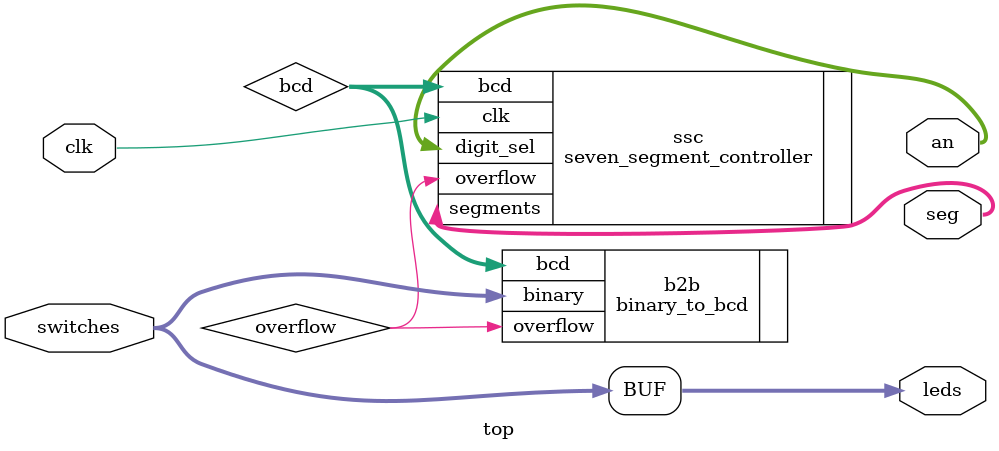
<source format=v>
module top(
    input clk,
    input [13:0] switches,    // V17 to U1
    output [13:0] leds,       // U16 to N3
    output [6:0] seg,
    output [3:0] an
);

    wire [15:0] bcd;
    wire overflow;
    
    // Pass through switch inputs to LEDs
    assign leds = switches;
    
    // Convert binary to BCD
    binary_to_bcd b2b(
        .binary(switches),
        .bcd(bcd),
        .overflow(overflow)
    );
    
    // Control 7-segment display
    seven_segment_controller ssc(
        .clk(clk),
        .bcd(bcd),
        .overflow(overflow),
        .segments(seg),
        .digit_sel(an)
    );

endmodule
</source>
